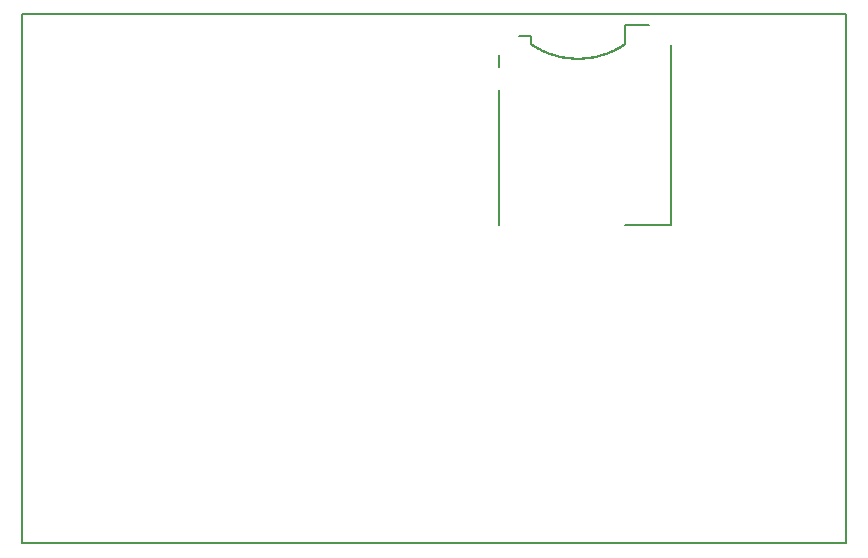
<source format=gbo>
G04 MADE WITH FRITZING*
G04 WWW.FRITZING.ORG*
G04 DOUBLE SIDED*
G04 HOLES PLATED*
G04 CONTOUR ON CENTER OF CONTOUR VECTOR*
%ASAXBY*%
%FSLAX23Y23*%
%MOIN*%
%OFA0B0*%
%SFA1.0B1.0*%
%ADD10R,2.755910X1.771650X2.739910X1.755650*%
%ADD11C,0.008000*%
%ADD12R,0.001000X0.001000*%
%LNSILK0*%
G90*
G70*
G54D11*
X4Y1768D02*
X2752Y1768D01*
X2752Y4D01*
X4Y4D01*
X4Y1768D01*
D02*
X1594Y1517D02*
X1594Y1064D01*
D02*
X2016Y1064D02*
X2167Y1064D01*
D02*
X2167Y1064D02*
X2167Y1666D01*
D02*
X2095Y1733D02*
X2016Y1733D01*
D02*
X2016Y1733D02*
X2016Y1668D01*
D02*
X1701Y1668D02*
X1701Y1694D01*
D02*
X1701Y1694D02*
X1662Y1694D01*
D02*
X1594Y1591D02*
X1594Y1631D01*
G54D12*
X1486Y1772D02*
X1519Y1772D01*
X1537Y1772D02*
X1567Y1772D01*
X1486Y1771D02*
X1519Y1771D01*
X1538Y1771D02*
X1566Y1771D01*
X1487Y1770D02*
X1519Y1770D01*
X1539Y1770D02*
X1565Y1770D01*
X1488Y1769D02*
X1518Y1769D01*
X1541Y1769D02*
X1564Y1769D01*
X1490Y1768D02*
X1517Y1768D01*
X1543Y1768D02*
X1562Y1768D01*
X1703Y1672D02*
X1703Y1672D01*
X1702Y1671D02*
X1704Y1671D01*
X2011Y1671D02*
X2013Y1671D01*
X1702Y1670D02*
X1706Y1670D01*
X2010Y1670D02*
X2014Y1670D01*
X1701Y1669D02*
X1707Y1669D01*
X2008Y1669D02*
X2015Y1669D01*
X1700Y1668D02*
X1709Y1668D01*
X2007Y1668D02*
X2015Y1668D01*
X1699Y1667D02*
X1710Y1667D01*
X2005Y1667D02*
X2016Y1667D01*
X1699Y1666D02*
X1712Y1666D01*
X2004Y1666D02*
X2017Y1666D01*
X1700Y1665D02*
X1713Y1665D01*
X2002Y1665D02*
X2016Y1665D01*
X1701Y1664D02*
X1715Y1664D01*
X2001Y1664D02*
X2014Y1664D01*
X1703Y1663D02*
X1717Y1663D01*
X1999Y1663D02*
X2013Y1663D01*
X1704Y1662D02*
X1718Y1662D01*
X1997Y1662D02*
X2011Y1662D01*
X1706Y1661D02*
X1720Y1661D01*
X1996Y1661D02*
X2010Y1661D01*
X1707Y1660D02*
X1722Y1660D01*
X1994Y1660D02*
X2008Y1660D01*
X1709Y1659D02*
X1723Y1659D01*
X1992Y1659D02*
X2007Y1659D01*
X1710Y1658D02*
X1725Y1658D01*
X1990Y1658D02*
X2005Y1658D01*
X1712Y1657D02*
X1727Y1657D01*
X1989Y1657D02*
X2003Y1657D01*
X1714Y1656D02*
X1729Y1656D01*
X1987Y1656D02*
X2002Y1656D01*
X1715Y1655D02*
X1731Y1655D01*
X1985Y1655D02*
X2000Y1655D01*
X1717Y1654D02*
X1733Y1654D01*
X1983Y1654D02*
X1999Y1654D01*
X1719Y1653D02*
X1735Y1653D01*
X1981Y1653D02*
X1997Y1653D01*
X1721Y1652D02*
X1737Y1652D01*
X1979Y1652D02*
X1995Y1652D01*
X1722Y1651D02*
X1738Y1651D01*
X1977Y1651D02*
X1993Y1651D01*
X1724Y1650D02*
X1741Y1650D01*
X1975Y1650D02*
X1991Y1650D01*
X1726Y1649D02*
X1743Y1649D01*
X1973Y1649D02*
X1990Y1649D01*
X1728Y1648D02*
X1745Y1648D01*
X1971Y1648D02*
X1988Y1648D01*
X1730Y1647D02*
X1747Y1647D01*
X1968Y1647D02*
X1986Y1647D01*
X1732Y1646D02*
X1749Y1646D01*
X1966Y1646D02*
X1984Y1646D01*
X1734Y1645D02*
X1752Y1645D01*
X1964Y1645D02*
X1982Y1645D01*
X1736Y1644D02*
X1754Y1644D01*
X1961Y1644D02*
X1980Y1644D01*
X1738Y1643D02*
X1757Y1643D01*
X1959Y1643D02*
X1978Y1643D01*
X1740Y1642D02*
X1759Y1642D01*
X1956Y1642D02*
X1975Y1642D01*
X1742Y1641D02*
X1762Y1641D01*
X1954Y1641D02*
X1973Y1641D01*
X1744Y1640D02*
X1765Y1640D01*
X1951Y1640D02*
X1971Y1640D01*
X1747Y1639D02*
X1767Y1639D01*
X1948Y1639D02*
X1969Y1639D01*
X1749Y1638D02*
X1770Y1638D01*
X1945Y1638D02*
X1966Y1638D01*
X1752Y1637D02*
X1773Y1637D01*
X1942Y1637D02*
X1964Y1637D01*
X1754Y1636D02*
X1776Y1636D01*
X1939Y1636D02*
X1962Y1636D01*
X1756Y1635D02*
X1780Y1635D01*
X1936Y1635D02*
X1959Y1635D01*
X1759Y1634D02*
X1783Y1634D01*
X1932Y1634D02*
X1956Y1634D01*
X1762Y1633D02*
X1787Y1633D01*
X1929Y1633D02*
X1954Y1633D01*
X1765Y1632D02*
X1791Y1632D01*
X1925Y1632D02*
X1951Y1632D01*
X1768Y1631D02*
X1795Y1631D01*
X1921Y1631D02*
X1948Y1631D01*
X1771Y1630D02*
X1799Y1630D01*
X1917Y1630D02*
X1945Y1630D01*
X1774Y1629D02*
X1804Y1629D01*
X1912Y1629D02*
X1942Y1629D01*
X1777Y1628D02*
X1809Y1628D01*
X1907Y1628D02*
X1939Y1628D01*
X1780Y1627D02*
X1815Y1627D01*
X1901Y1627D02*
X1935Y1627D01*
X1784Y1626D02*
X1822Y1626D01*
X1894Y1626D02*
X1932Y1626D01*
X1788Y1625D02*
X1830Y1625D01*
X1885Y1625D02*
X1928Y1625D01*
X1792Y1624D02*
X1844Y1624D01*
X1872Y1624D02*
X1924Y1624D01*
X1796Y1623D02*
X1920Y1623D01*
X1800Y1622D02*
X1915Y1622D01*
X1805Y1621D02*
X1910Y1621D01*
X1811Y1620D02*
X1904Y1620D01*
X1817Y1619D02*
X1898Y1619D01*
X1825Y1618D02*
X1891Y1618D01*
X1835Y1617D02*
X1881Y1617D01*
X1857Y1616D02*
X1858Y1616D01*
D02*
G04 End of Silk0*
M02*
</source>
